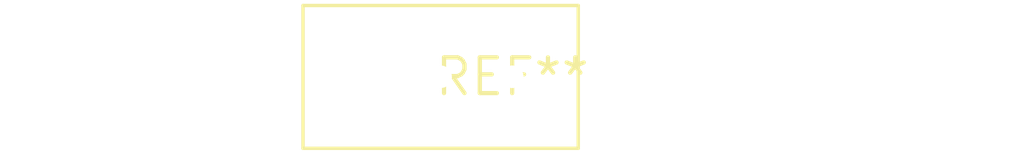
<source format=kicad_pcb>
(kicad_pcb (version 20240108) (generator pcbnew)
  (layers (0 "F.Cu" signal) (31 "B.Cu" signal) (34 "B.Paste" user) (35 "F.Paste" user) (36 "B.SilkS" user "B.Silkscreen") (37 "F.SilkS" user "F.Silkscreen") (38 "B.Mask" user) (39 "F.Mask" user) (44 "Edge.Cuts" user))
  (net 0 "")
  (footprint "Potentiometer_Bourns_3296W_Vertical" (layer "F.Cu") (at 0 0)
    (property "Reference" "REF**")
    (property "Value" "Potentiometer_Bourns_3296W_Vertical")
    (fp_line (start -7.425 -2.53) (end -7.425 2.54) (layer "F.SilkS") (stroke (width 0.12)))
    (fp_line (start -7.425 -2.53) (end 2.345 -2.53) (layer "F.SilkS") (stroke (width 0.12)))
    (fp_line (start -7.425 2.54) (end 2.345 2.54) (layer "F.SilkS") (stroke (width 0.12)))
    (fp_line (start 2.345 -2.53) (end 2.345 2.54) (layer "F.SilkS") (stroke (width 0.12)))
    (pad "1" thru_hole circle (at 0 0) (size 1.44 1.44) (drill 0.8) (layers *.Cu *.Mask) (remove_unused_layers))
    (pad "2" thru_hole circle (at -2.54 0) (size 1.44 1.44) (drill 0.8) (layers *.Cu *.Mask) (remove_unused_layers))
    (pad "3" thru_hole circle (at -5.08 0) (size 1.44 1.44) (drill 0.8) (layers *.Cu *.Mask) (remove_unused_layers))
  )
)
</source>
